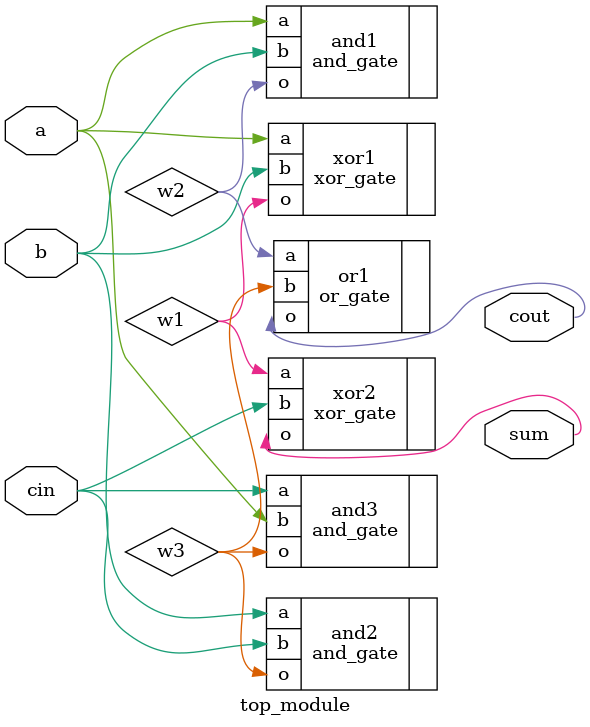
<source format=sv>
module top_module (
  input a,
  input b,
  input cin,
  output cout,
  output sum
);

  // Create wire to handle intermediate signals
  wire w1, w2, w3;
  
  // Create XOR gates
  xor_gate xor1(.a(a), .b(b), .o(w1));
  xor_gate xor2(.a(w1), .b(cin), .o(sum));
  
  // Create AND gates
  and_gate and1(.a(a), .b(b), .o(w2));
  and_gate and2(.a(b), .b(cin), .o(w3));
  and_gate and3(.a(cin), .b(a), .o(w3));
  
  // Create OR gate
  or_gate or1(.a(w2), .b(w3), .o(cout));
  
endmodule

</source>
